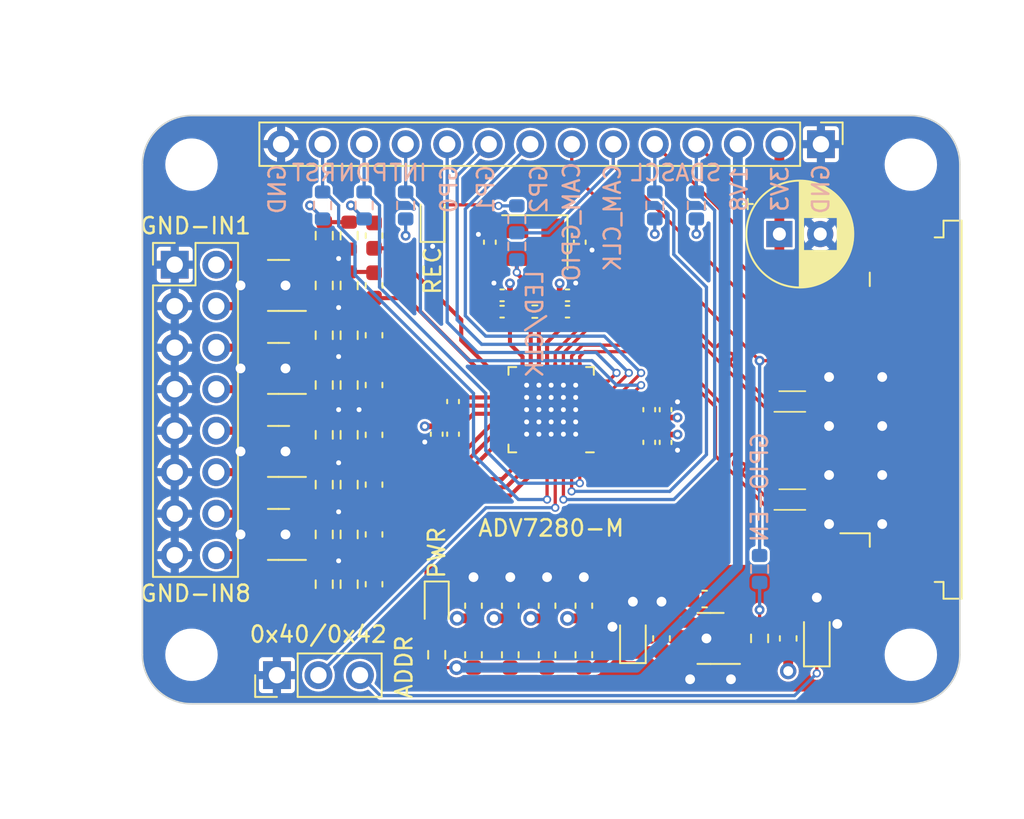
<source format=kicad_pcb>
(kicad_pcb (version 20221018) (generator pcbnew)
  (layers (0 "F.Cu" signal) (1 "In1.Cu" signal) (2 "In2.Cu" signal) (31 "B.Cu" signal) (34 "B.Paste" user) (35 "F.Paste" user) (36 "B.SilkS" user "B.Silkscreen") (37 "F.SilkS" user "F.Silkscreen") (38 "B.Mask" user) (39 "F.Mask" user) (44 "Edge.Cuts" user))
  (net 0 "")
  (net 1 "VPP")
  (net 2 "VDD")
  (net 3 "VCC")
  (net 4 "VAA")
  (net 5 "Net-(U2-BP)")
  (net 6 "Net-(D1-A)")
  (net 7 "Net-(D2-A)")
  (net 9 "GND")
  (net 10 "/~{RST}")
  (net 11 "/~{PDN}")
  (net 12 "/~{INT}")
  (net 13 "/input/_IN8")
  (net 14 "/input/_IN7")
  (net 15 "/input/_IN6")
  (net 16 "/input/_IN5")
  (net 17 "/input/_IN4")
  (net 18 "/input/_IN3")
  (net 19 "/input/_IN2")
  (net 20 "/input/_IN1")
  (net 21 "/input/IN8")
  (net 22 "/input/IN7")
  (net 23 "/input/IN6")
  (net 24 "/input/IN5")
  (net 25 "/input/IN4")
  (net 26 "/input/IN3")
  (net 27 "/input/IN2")
  (net 28 "/input/IN1")
  (net 29 "/_D1P")
  (net 30 "/_D1N")
  (net 31 "/_D0P")
  (net 32 "/_D0N")
  (net 33 "/_CLKP")
  (net 34 "/_CLKN")
  (net 35 "/XTALP")
  (net 36 "/XTALN")
  (net 37 "/VREFP")
  (net 38 "/VREFN")
  (net 39 "/SDA")
  (net 40 "/SCL")
  (net 41 "/GPO2")
  (net 42 "/GPO1")
  (net 43 "/GPO0")
  (net 44 "/D0P")
  (net 45 "/D0N")
  (net 46 "/CLKP")
  (net 47 "/CLKN")
  (net 48 "/CAM_GPIO")
  (net 49 "/CAM_CLK")
  (net 50 "/ALSB")
  (net 51 "/AIN8")
  (net 52 "/AIN7")
  (net 53 "/AIN6")
  (net 54 "/AIN5")
  (net 55 "/AIN4")
  (net 56 "/AIN3")
  (net 57 "/AIN2")
  (net 58 "/AIN1")
  (net 59 "+3V3")
  (net 60 "+1V8")
  (net 61 "Net-(U2-EN)")
  (footprint "Resistor_SMD:R_0603_1608Metric" (layer "F.Cu") (at 211.119 95.443 90)
    (fp_text reference "R8" hide)
    (fp_text value "24")
  )
  (footprint "Resistor_SMD:R_0603_1608Metric" (layer "F.Cu") (at 211.119 89.347 90)
    (fp_text reference "R6" hide)
    (fp_text value "24")
  )
  (footprint "Capacitor_SMD:C_0402_1005Metric" (layer "F.Cu") (at 226 94)
    (fp_text reference "C5" hide)
    (fp_text value "10n")
  )
  (footprint "Package_TO_SOT_SMD:SOT-23" (layer "F.Cu") (at 208.325 97.475 180)
    (fp_text reference "D4" hide)
    (fp_text value "MMBZxx")
  )
  (footprint "Capacitor_SMD:C_0402_1005Metric" (layer "F.Cu") (at 226.75 89.75 90)
    (fp_text reference "C13" hide)
    (fp_text value "20p")
  )
  (footprint "LED_SMD:LED_0603_1608Metric" (layer "F.Cu") (at 218 112 -90)
    (fp_text reference "D2" hide)
    (fp_text value "LED")
  )
  (footprint "Resistor_SMD:R_0603_1608Metric" (layer "F.Cu") (at 211.119 107.635 -90)
    (fp_text reference "R22" hide)
    (fp_text value "24")
  )
  (footprint "Connector_PinHeader_2.54mm:PinHeader_1x14_P2.54mm_Vertical" (layer "F.Cu") (at 241.5 83.75 -90)
    (fp_text reference "J3" hide)
    (fp_text value "Conn_01x14")
  )
  (footprint "Capacitor_Tantalum_SMD:CP_EIA-2012-15_AVX-P" (layer "F.Cu") (at 241.25 114 90)
    (fp_text reference "C1" hide)
    (fp_text value "47u")
  )
  (footprint "Capacitor_SMD:C_0603_1608Metric" (layer "F.Cu") (at 214.167 89.347 -90)
    (fp_text reference "C23" hide)
    (fp_text value "100n")
  )
  (footprint "Capacitor_SMD:C_0603_1608Metric" (layer "F.Cu") (at 214.167 110.683 90)
    (fp_text reference "C30" hide)
    (fp_text value "100n")
  )
  (footprint "Resistor_SMD:R_0603_1608Metric" (layer "F.Cu") (at 218 115 -90)
    (fp_text reference "R5" hide)
    (fp_text value "10k")
  )
  (footprint "Capacitor_SMD:C_0402_1005Metric" (layer "F.Cu") (at 222 93 180)
    (fp_text reference "C16" hide)
    (fp_text value "100n")
  )
  (footprint "Resistor_SMD:R_0603_1608Metric" (layer "F.Cu") (at 212.643 98.491 -90)
    (fp_text reference "R19" hide)
    (fp_text value "51")
  )
  (footprint "Resistor_SMD:R_0603_1608Metric" (layer "F.Cu") (at 211.119 98.491 90)
    (fp_text reference "R15" hide)
    (fp_text value "24")
  )
  (footprint "MountingHole:MountingHole_2.7mm_M2.5" (layer "F.Cu") (at 247 115)
    (fp_text reference "H4" hide)
    (fp_text value "MountingHole")
  )
  (footprint "Capacitor_SMD:C_0402_1005Metric" (layer "F.Cu") (at 231 100 90)
    (fp_text reference "C2" hide)
    (fp_text value "10n")
  )
  (footprint "Capacitor_SMD:C_0603_1608Metric" (layer "F.Cu") (at 214.167 92.395 -90)
    (fp_text reference "C24" hide)
    (fp_text value "100n")
  )
  (footprint "Capacitor_SMD:C_0603_1608Metric" (layer "F.Cu") (at 214.167 98.491 -90)
    (fp_text reference "C26" hide)
    (fp_text value "100n")
  )
  (footprint "Capacitor_SMD:C_0603_1608Metric" (layer "F.Cu") (at 214.167 101.539 90)
    (fp_text reference "C27" hide)
    (fp_text value "100n")
  )
  (footprint "Capacitor_SMD:C_0603_1608Metric" (layer "F.Cu") (at 239.5 114 -90)
    (fp_text reference "C3" hide)
    (fp_text value "100n")
  )
  (footprint "Capacitor_SMD:C_0603_1608Metric" (layer "F.Cu") (at 227 112 -90)
    (fp_text reference "C15" hide)
    (fp_text value "4.7u")
  )
  (footprint "Resistor_SMD:R_0603_1608Metric" (layer "F.Cu") (at 211.119 110.683 -90)
    (fp_text reference "R23" hide)
    (fp_text value "24")
  )
  (footprint "MountingHole:MountingHole_2.7mm_M2.5" (layer "F.Cu") (at 247 85)
    (fp_text reference "H1" hide)
    (fp_text value "MountingHole")
  )
  (footprint "Resistor_SMD:R_0603_1608Metric" (layer "F.Cu") (at 237.75 114 -90)
    (fp_text reference "R4" hide)
    (fp_text value "10k")
  )
  (footprint "Package_TO_SOT_SMD:SOT-23" (layer "F.Cu") (at 208.325 102.555 180)
    (fp_text reference "D5" hide)
    (fp_text value "MMBZxx")
  )
  (footprint "Capacitor_SMD:C_0603_1608Metric" (layer "F.Cu") (at 220.25 112 -90)
    (fp_text reference "C21" hide)
    (fp_text value "4.7u")
  )
  (footprint "Connector_FFC-FPC:TE_1-84952-5_1x15-1MP_P1.0mm_Horizontal" (layer "F.Cu") (at 245.399999 100 90)
    (fp_text reference "J1" hide)
    (fp_text value "Conn_01x15_MountingPin")
  )
  (footprint "Capacitor_SMD:C_0402_1005Metric" (layer "F.Cu") (at 218 101.5 -90)
    (fp_text reference "C20" hide)
    (fp_text value "100n")
  )
  (footprint "Package_CSP:LFCSP-32-1EP_5x5mm_P0.5mm_EP3.6x3.6mm" (layer "F.Cu") (at 225 100 180)
    (fp_text reference "U1" hide)
    (fp_text value "ADV7280xCP-M")
  )
  (footprint "Resistor_SMD:R_0603_1608Metric" (layer "F.Cu") (at 212.643 110.683 90)
    (fp_text reference "R27" hide)
    (fp_text value "51")
  )
  (footprint "Capacitor_SMD:C_0603_1608Metric" (layer "F.Cu") (at 214.167 107.635 90)
    (fp_text reference "C29" hide)
    (fp_text value "100n")
  )
  (footprint "Capacitor_SMD:C_0402_1005Metric" (layer "F.Cu") (at 221.25 89.75 -90)
    (fp_text reference "C17" hide)
    (fp_text value "20p")
  )
  (footprint "Inductor_SMD:L_0603_1608Metric" (layer "F.Cu") (at 224.75 115 -90)
    (fp_text reference "FB4" hide)
    (fp_text value "FerriteBead")
  )
  (footprint "Capacitor_THT:CP_Radial_D6.3mm_P2.50mm" (layer "F.Cu") (at 238.96 89.25)
    (fp_text reference "C31" hide)
    (fp_text value "47u")
  )
  (footprint "Inductor_SMD:L_CommonModeChoke_Coilcraft_0603USB" (layer "F.Cu") (at 239.75 99.5 90)
    (fp_text reference "L2" hide)
    (fp_text value "L_Ferrite_Coupled")
  )
  (footprint "Capacitor_SMD:C_0603_1608Metric" (layer "F.Cu") (at 234.3875 111.5875 180)
    (fp_text reference "C7" hide)
    (fp_text value "20p")
  )
  (footprint "Resistor_SMD:R_0603_1608Metric" (layer "F.Cu") (at 212.643 101.539 90)
    (fp_text reference "R24" hide)
    (fp_text value "51")
  )
  (footprint "Resistor_SMD:R_0603_1608Metric" (layer "F.Cu") (at 212.643 104.587 90)
    (fp_text reference "R25" hide)
    (fp_text value "51")
  )
  (footprint "Capacitor_SMD:C_0402_1005Metric" (layer "F.Cu") (at 232 100 90)
    (fp_text reference "C4" hide)
    (fp_text value "100n")
  )
  (footprint "Resistor_SMD:R_0402_1005Metric" (layer "F.Cu") (at 224 94 180)
    (fp_text reference "R11" hide)
    (fp_text value "R")
  )
  (footprint "Capacitor_SMD:C_0603_1608Metric" (layer "F.Cu") (at 214.167 95.443 -90)
    (fp_text reference "C25" hide)
    (fp_text value "100n")
  )
  (footprint "Crystal:Crystal_SMD_3225-4Pin_3.2x2.5mm" (layer "F.Cu") (at 224 89.75 180)
    (fp_text reference "Y1" hide)
    (fp_text value "Crystal_GND24")
  )
  (footprint "MountingHole:MountingHole_2.7mm_M2.5" (layer "F.Cu") (at 203 85)
    (fp_text reference "H3" hide)
    (fp_text value "MountingHole" hide)
  )
  (footprint "Capacitor_SMD:C_0402_1005Metric" (layer "F.Cu") (at 231 102 -90)
    (fp_text reference "C8" hide)
    (fp_text value "10n")
  )
  (footprint "Connector_PinHeader_2.54mm:PinHeader_2x08_P2.54mm_Vertical" (layer "F.Cu") (at 201.975 91.125)
    (fp_text reference "J2" hide)
    (fp_text value "Conn_02x08_Counter_Clockwise")
  )
  (footprint "Capacitor_SMD:C_0603_1608Metric" (layer "F.Cu") (at 222.5 112 -90)
    (fp_text reference "C18" hide)
    (fp_text value "4.7u")
  )
  (footprint "Capacitor_SMD:C_0603_1608Metric" (layer "F.Cu") (at 224.75 112 -90)
    (fp_text reference "C22" hide)
    (fp_text value "4.7u")
  )
  (footprint "Package_TO_SOT_SMD:SOT-23" (layer "F.Cu") (at 208.325 107.635 180)
    (fp_text reference "D6" hide)
    (fp_text value "MMBZxx")
  )
  (footprint "Inductor_SMD:L_CommonModeChoke_Coilcraft_0603USB" (layer "F.Cu") (at 239.75 105.5 90)
    (fp_text reference "L1" hide)
    (fp_text value "L_Ferrite_Coupled")
  )
  (footprint "Resistor_SMD:R_0603_1608Metric" (layer "F.Cu") (at 211.119 104.587 -90)
    (fp_text reference "R21" hide)
    (fp_text value "24")
  )
  (footprint "Capacitor_SMD:C_0402_1005Metric" (layer "F.Cu") (at 222 94 180)
    (fp_text reference "C12" hide)
    (fp_text value "10n")
  )
  (footprint "Resistor_SMD:R_0603_1608Metric" (layer "F.Cu") (at 211.119 92.395 90)
    (fp_text reference "R7" hide)
    (fp_text value "24")
  )
  (footprint "Capacitor_SMD:C_0402_1005Metric" (layer "F.Cu") (at 232 102 -90)
    (fp_text reference "C10" hide)
    (fp_text value "100n")
  )
  (footprint "Resistor_SMD:R_0603_1608Metric" (layer "F.Cu") (at 211.119 101.539 -90)
    (fp_text reference "R20" hide)
    (fp_text value "24")
  )
  (footprint "MountingHole:MountingHole_2.7mm_M2.5" (layer "F.Cu") (at 203 115)
    (fp_text reference "H2" hide)
    (fp_text value "MountingHole")
  )
  (footprint "Capacitor_SMD:C_0402_1005Metric" (layer "F.Cu") (at 219 101.5 -90)
    (fp_text reference "C19" hide)
    (fp_text value "10n")
  )
  (footprint "Inductor_SMD:L_0603_1608Metric" (layer "F.Cu") (at 227 115 -90)
    (fp_text reference "FB1" hide)
    (fp_text value "FerriteBead")
  )
  (footprint "Inductor_SMD:L_0603_1608Metric" (layer "F.Cu") (at 222.5 115 -90)
    (fp_text reference "FB2" hide)
    (fp_text value "FerriteBead")
  )
  (footprint "Resistor_SMD:R_0603_1608Metric" (layer "F.Cu") (at 212.643 92.395 -90)
    (fp_text reference "R17" hide)
    (fp_text value "51")
  )
  (footprint "Connector_PinHeader_2.54mm:PinHeader_1x03_P2.54mm_Vertical" (layer "F.Cu") (at 208.225 116.25 90)
    (fp_text reference "JP1" hide)
    (fp_text value "Jumper_3_Open")
  )
  (footprint "Capacitor_SMD:C_0603_1608Metric" (layer "F.Cu") (at 214.167 104.587 90)
    (fp_text reference "C28" hide)
    (fp_text value "100n")
  )
  (footprint "Capacitor_SMD:C_0603_1608Metric" (layer "F.Cu") (at 231.75 114 -90)
    (fp_text reference "C11" hide)
    (fp_text value "100n")
  )
  (footprint "Resistor_SMD:R_0603_1608Metric" (layer "F.Cu") (at 212.643 89.347 -90)
    (fp_text reference "R16" hide)
    (fp_text value "51")
  )
  (footprint "Resistor_SMD:R_0603_1608Metric" (layer "F.Cu") (at 212.643 107.635 90)
    (fp_text reference "R26" hide)
    (fp_text value "51")
  )
  (footprint "Package_TO_SOT_SMD:SOT-23" (layer "F.Cu") (at 208.325 92.395 180)
    (fp_text reference "D3" hide)
    (fp_text value "MMBZxx")
  )
  (footprint "Package_TO_SOT_SMD:SOT-23-5" (layer "F.Cu") (at 234.75 114 180)
    (fp_text reference "U2" hide)
    (fp_text value "SPX3819M5-L-1-8")
  )
  (footprint "Capacitor_Tantalum_SMD:CP_EIA-1608-08_AVX-J" (layer "F.Cu") (at 230 114 90)
    (fp_text reference "C9" hide)
    (fp_text value "10u")
  )
  (footprint "Resistor_SMD:R_0603_1608Metric" (layer "F.Cu") (at 212.643 95.443 -90)
    (fp_text reference "R18" hide)
    (fp_text value "51")
  )
  (footprint "Capacitor_SMD:C_0402_1005Metric" (layer "F.Cu") (at 226 93)
    (fp_text reference "C6" hide)
    (fp_text value "100n")
  )
  (footprint "LED_SMD:LED_0603_1608Metric" (layer "F.Cu") (at 217.75 88.25 90)
    (fp_text reference "D1" hide)
    (fp_text value "LED")
  )
  (footprint "Inductor_SMD:L_0603_1608Metric" (layer "F.Cu") (at 220.25 115 -90)
    (fp_text reference "FB3" hide)
    (fp_text value "FerriteBead")
  )
  (footprint "Capacitor_SMD:C_0402_1005Metric" (layer "F.Cu") (at 219 99.5 -90)
    (fp_text reference "C14" hide)
    (fp_text value "100n")
  )
  (footprint "Resistor_SMD:R_0603_1608Metric" (layer "B.Cu") (at 231.34 87.5 -90)
    (fp_text reference "R10" hide)
    (fp_text value "4.7k")
  )
  (footprint "Resistor_SMD:R_0603_1608Metric" (layer "B.Cu") (at 213.56 87.5 -90)
    (fp_text reference "R12" hide)
    (fp_text value "4.7k")
  )
  (footprint "Resistor_SMD:R_0603_1608Metric" (layer "B.Cu") (at 211.02 87.5 -90)
    (fp_text reference "R13" hide)
    (fp_text value "4.7k")
  )
  (footprint "Resistor_SMD:R_0603_1608Metric" (layer "B.Cu") (at 222.9 88.35 -90)
    (fp_text reference "R2" hide)
    (fp_text value "10k")
  )
  (footprint "Resistor_SMD:R_0603_1608Metric" (layer "B.Cu") (at 233.88 87.5 -90)
    (fp_text reference "R9" hide)
    (fp_text value "4.7k")
  )
  (footprint "Resistor_SMD:R_0603_1608Metric" (layer "B.Cu") (at 216.1 87.5 -90)
    (fp_text reference "R14" hide)
    (fp_text value "4.7k")
  )
  (footprint "Resistor_SMD:R_0603_1608Metric" (layer "B.Cu") (at 222.9 90 90)
    (fp_text reference "R1" hide)
    (fp_text value "DNP")
  )
  (footprint "Resistor_SMD:R_0603_1608Metric" (layer "B.Cu") (at 237.75 109.75 -90)
    (fp_text reference "R3" hide)
    (fp_text value "0")
  )
  (gr_line (start 203 82) (end 247 82) (stroke (width 0.1)) (layer "Edge.Cuts"))
  (gr_line (start 250 85) (end 250 115) (stroke (width 0.1)) (layer "Edge.Cuts"))
  (gr_arc (start 200 85) (mid 200.87868 82.87868) (end 203 82) (stroke (width 0.1)) (layer "Edge.Cuts"))
  (gr_arc (start 203 118) (mid 200.87868 117.12132) (end 200 115) (stroke (width 0.1)) (layer "Edge.Cuts"))
  (gr_arc (start 250 115) (mid 249.12132 117.12132) (end 247 118) (stroke (width 0.1)) (layer "Edge.Cuts"))
  (gr_line (start 247 118) (end 203 118) (stroke (width 0.1)) (layer "Edge.Cuts"))
  (gr_line (start 200 115) (end 200 85) (stroke (width 0.1)) (layer "Edge.Cuts"))
  (gr_arc (start 247 82) (mid 249.12132 82.87868) (end 250 85) (stroke (width 0.1)) (layer "Edge.Cuts"))
  (gr_text "GND" (at 208.25 86.5 90) (layer "B.SilkS") (effects (font (size 1 1)) (justify mirror)))
  (gr_text "GP1" (at 221 86.5 90) (layer "B.SilkS") (effects (font (size 1 1)) (justify mirror)))
  (gr_text "RST" (at 210.5 85.5) (layer "B.SilkS") (effects (font (size 1 1)) (justify mirror)))
  (gr_text "CAM_CLK" (at 228.75 88.25 90) (layer "B.SilkS") (effects (font (size 1 1)) (justify mirror)))
  (gr_text "GP0" (at 218.75 86.5 90) (layer "B.SilkS") (effects (font (size 1 1)) (justify mirror)))
  (gr_text "LED/CLK" (at 224 94.75 90) (layer "B.SilkS") (effects (font (size 1 1)) (justify mirror)))
  (gr_text "SDA" (at 234 85.5) (layer "B.SilkS") (effects (font (size 1 1)) (justify mirror)))
  (gr_text "SCL" (at 231.25 85.5) (layer "B.SilkS") (effects (font (size 1 1)) (justify mirror)))
  (gr_text "PDN" (at 213.5 85.5) (layer "B.SilkS") (effects (font (size 1 1)) (justify mirror)))
  (gr_text "3V3" (at 239 86.5 90) (layer "B.SilkS") (effects (font (size 1 1)) (justify mirror)))
  (gr_text "INT" (at 216.25 85.5) (layer "B.SilkS") (effects (font (size 1 1)) (justify mirror)))
  (gr_text "GP2" (at 224.25 86.5 90) (layer "B.SilkS") (effects (font (size 1 1)) (justify mirror)))
  (gr_text "GPIO-EN" (at 237.75 104.75 90) (layer "B.SilkS") (effects (font (size 1 1)) (justify mirror)))
  (gr_text "1V8" (at 236.5 86.5 90) (layer "B.SilkS") (effects (font (size 1 1)) (justify mirror)))
  (gr_text "CAM_GPIO" (at 226.25 88.5 90) (layer "B.SilkS") (effects (font (size 1 1)) (justify mirror)))
  (gr_text "GND" (at 241.5 86.5 90) (layer "B.SilkS") (effects (font (size 1 1)) (justify mirror)))
  (gr_text "0x40/0x42" (at 210.75 113.75) (layer "F.SilkS") (effects (font (size 1 1))))
  (gr_text "ADDR" (at 216 115.75 90) (layer "F.SilkS") (effects (font (size 1 1))))
  (gr_text "REC" (at 217.75 91.5 90) (layer "F.SilkS") (effects (font (size 1 1))))
  (gr_text "GND-IN8" (at 203.25 111.25) (layer "F.SilkS") (effects (font (size 1 1))))
  (gr_text "GND-IN1" (at 203.25 88.75) (layer "F.SilkS") (effects (font (size 1 1))))
  (gr_text "PWR" (at 218 108.75 90) (layer "F.SilkS") (effects (font (size 1 1))))
  (gr_text "ADV7280-M" (at 225 107.25) (layer "F.SilkS") (effects (font (size 1 1))))
  (segment (start 223.25 97.5625) (end 223.25 96.75) (width 0.25) (layer "F.Cu") (net 1))
  (segment (start 222.48 94) (end 222.48 93) (width 0.35) (layer "F.Cu") (net 1))
  (segment (start 223.25 96.75) (end 222.48 95.98) (width 0.25) (layer "F.Cu") (net 1))
  (segment (start 222.5 114.2125) (end 222.5 112.775) (width 0.6) (layer "F.Cu") (net 1))
  (segment (start 222.48 92.27) (end 222.5 92.25) (width 0.35) (layer "F.Cu") (net 1))
  (segment (start 221.50625 112.775) (end 221.5 112.76875) (width 0.6) (layer "F.Cu") (net 1))
  (segment (start 222.48 95.98) (end 222.48 94) (width 0.25) (layer "F.Cu") (net 1))
  (segment (start 222.48 93) (end 222.48 92.27) (width 0.35) (layer "F.Cu") (net 1))
  (segment (start 222.5 112.775) (end 221.50625 112.775) (width 0.6) (layer "F.Cu") (net 1))
  (via (at 221.5 112.76875) (size 0.9) (drill 0.5) (layers "F.Cu" "B.Cu") (net 1))
  (via (at 222.48 92.27) (size 0.6) (drill 0.3) (layers "F.Cu" "B.Cu") (net 1))
  (segment (start 227 114.21875) (end 227 112.78125) (width 0.6) (layer "F.Cu") (net 2))
  (segment (start 227 112.775) (end 226 112.775) (width 0.6) (layer "F.Cu") (net 2))
  (segment (start 231 100.48) (end 232 100.48) (width 0.35) (layer "F.Cu") (net 2))
  (segment (start 227.4375 100.75) (end 230.25 100.75) (width 0.25) (layer "F.Cu") (net 2))
  (segment (start 230.25 100.75) (end 230.52 100.48) (width 0.25) (layer "F.Cu") (net 2))
  (segment (start 232 100.48) (end 232.73 100.48) (width 0.35) (layer "F.Cu") (net 2))
  (segment (start 230.52 100.48) (end 231 100.48) (width 0.25) (layer "F.Cu") (net 2))
  (segment (start 232.73 100.48) (end 232.75 100.5) (width 0.35) (layer "F.Cu") (net 2))
  (via (at 226 112.775) (size 0.9) (drill 0.5) (layers "F.Cu" "B.Cu") (net 2))
  (via (at 232.73 100.48) (size 0.6) (drill 0.3) (layers "F.Cu" "B.Cu") (net 2))
  (segment (start 224.75 112.775) (end 223.75625 112.775) (width 0.6) (layer "F.Cu") (net 3))
  (segment (start 225.52 92.27) (end 225.5 92.25) (width 0.35) (layer "F.Cu") (net 3))
  (segment (start 223.75625 112.775) (end 223.75 112.76875) (width 0.6) (layer "F.Cu") (net 3))
  (segment (start 224.75 95.875) (end 225.52 95.105) (width 0.25) (layer "F.Cu") (net 3))
  (segment (start 225.52 94) (end 225.52 93) (width 0.35) (layer "F.Cu") (net 3))
  (segment (start 224.75 97.5625) (end 224.75 95.875) (width 0.25) (layer "F.Cu") (net 3))
  (segment (start 225.52 95.105) (end 225.52 94) (width 0.25) (layer "F.Cu") (net 3))
  (segment (start 224.75 114.2125) (end 224.75 112.775) (width 0.6) (layer "F.Cu") (net 3))
  (segment (start 225.52 93) (end 225.52 92.27) (width 0.35) (layer "F.Cu") (net 3))
  (via (at 223.75 112.76875) (size 0.9) (drill 0.5) (layers "F.Cu" "B.Cu") (net 3))
  (via (at 225.52 92.27) (size 0.6) (drill 0.3) (layers "F.Cu" "B.Cu") (net 3))
  (segment (start 218 101.02) (end 217.27 101.02) (width 0.35) (layer "F.Cu") (net 4))
  (segment (start 222.5625 100.25) (end 220.25 100.25) (width 0.25) (layer "F.Cu") (net 4))
  (segment (start 220.25 114.2125) (end 220.25 112.775) (width 0.6) (layer "F.Cu") (net 4))
  (segment (start 217.27 101.02) (end 217.25 101) (width 0.35) (layer "F.Cu") (net 4))
  (segment (start 220.25 100.25) (end 219.48 101.02) (width 0.25) (layer "F.Cu") (net 4))
  (segment (start 219.48 101.02) (end 219 101.02) (width 0.25) (layer "F.Cu") (net 4))
  (segment (start 219.25625 112.775) (end 219.25 112.76875) (width 0.6) (layer "F.Cu") (net 4))
  (segment (start 218 101.02) (end 219 101.02) (width 0.35) (layer "F.Cu") (net 4))
  (segment (start 220.25 112.775) (end 219.25625 112.775) (width 0.6) (layer "F.Cu") (net 4))
  (via (at 217.27 101.02) (size 0.6) (drill 0.3) (layers "F.Cu" "B.Cu") (net 4))
  (via (at 219.25 112.76875) (size 0.9) (drill 0.5) (layers "F.Cu" "B.Cu") (net 4))
  (segment (start 233.6125 113.05) (end 233.6125 111.5875) (width 0.3) (layer "F.Cu") (net 5))
  (segment (start 221.7125 87.4625) (end 221.775 87.525) (width 0.2) (layer "F.Cu") (net 6))
  (segment (start 217.75 87.4625) (end 221.7125 87.4625) (width 0.2) (layer "F.Cu") (net 6))
  (via (at 221.775 87.525) (size 0.5) (drill 0.3) (layers "F.Cu" "B.Cu") (net 6))
  (segment (start 222.9 87.525) (end 221.775 87.525) (width 0.2) (layer "B.Cu") (net 6))
  (segment (start 218 114.175) (end 218 112.7875) (width 0.2) (layer "F.Cu") (net 7))
  (segment (start 235.8875 114) (end 238.725 114) (width 0.5) (layer "F.Cu") (net 9))
  (segment (start 232 99.52) (end 232.73 99.52) (width 0.35) (layer "F.Cu") (net 9))
  (segment (start 239.5 113.225) (end 241.1375 113.225) (width 0.6) (layer "F.Cu") (net 9))
  (segment (start 243.599999 98) (end 245.25 98) (width 0.6) (layer "F.Cu") (net 9))
  (segment (start 212.643 90.172) (end 212.578 90.172) (width 0.3) (layer "F.Cu") (net 9))
  (segment (start 206 92.395) (end 208.75 92.395) (width 0.6) (layer "F.Cu") (net 9))
  (segment (start 238.725 114) (end 239.5 113.225) (width 0.5) (layer "F.Cu") (net 9))
  (segment (start 231.75 113.225) (end 232.525 114) (width 0.6) (layer "F.Cu") (net 9))
  (segment (start 212.643 109.858) (end 212.608 109.858) (width 0.3) (layer "F.Cu") (net 9))
  (segment (start 212.643 99.393) (end 213.25 100) (width 0.3) (layer "F.Cu") (net 9))
  (segment (start 212.643 103.762) (end 212.512 103.762) (width 0.3) (layer "F.Cu") (net 9))
  (segment (start 235.8875 114) (end 234.5 114) (width 0.6) (layer "F.Cu") (net 9))
  (segment (start 243.599999 101) (end 242 101) (width 0.6) (layer "F.Cu") (net 9))
  (segment (start 230.27 102.48) (end 231 102.48) (width 0.25) (layer "F.Cu") (net 9))
  (segment (start 231.975 112.025) (end 231.75 112.25) (width 0.3) (layer "F.Cu") (net 9))
  (segment (start 226.27 90.23) (end 226.75 90.23) (width 0.25) (layer "F.Cu") (net 9))
  (segment (start 206 102.555) (end 208.75 102.555) (width 0.6) (layer "F.Cu") (net 9))
  (segment (start 243.599999 104) (end 245.25 104) (width 0.6) (layer "F.Cu") (net 9))
  (segment (start 227.4375 100.25) (end 229.54 100.25) (width 0.25) (layer "F.Cu") (net 9))
  (segment (start 212.643 100.714) (end 212.643 100.643) (width 0.3) (layer "F.Cu") (net 9))
  (segment (start 221.52 94) (end 221.52 93) (width 0.35) (layer "F.Cu") (net 9))
  (segment (start 243.599999 107) (end 242 107) (width 0.6) (layer "F.Cu") (net 9))
  (segment (start 226.75 90.23) (end 227.5 90.23) (width 0.25) (layer "F.Cu") (net 9))
  (segment (start 221.73 89.27) (end 222.1 88.9) (width 0.25) (layer "F.Cu") (net 9))
  (segment (start 232.73 102.48) (end 232.75 102.5) (width 0.35) (layer "F.Cu") (net 9))
  (segment (start 231.75 112.25) (end 231.75 113.225) (width 0.3) (layer "F.Cu") (net 9))
  (segment (start 206 107.635) (end 208.75 107.635) (width 0.6) (layer "F.Cu") (net 9))
  (segment (start 242.5 113.1125) (end 241.25 113.1125) (width 0.6) (layer "F.Cu") (net 9))
  (segment (start 212.482 96.268) (end 212 96.75) (width 0.3) (layer "F.Cu") (net 9))
  (segment (start 243.599999 107) (end 245.25 107) (width 0.6) (layer "F.Cu") (net 9))
  (segment (start 227.4375 101.75) (end 229.54 101.75) (width 0.25) (layer "F.Cu") (net 9))
  (segment (start 230.0625 113.225) (end 230 113.2875) (width 0.6) (layer "F.Cu") (net 9))
  (segment (start 230.27 99.52) (end 231 99.52) (width 0.25) (layer "F.Cu") (net 9))
  (segment (start 225.1 90.6) (end 225.9 90.6) (width 0.25) (layer "F.Cu") (net 9))
  (segment (start 232 102.48) (end 232.73 102.48) (width 0.35) (layer "F.Cu") (net 9))
  (segment (start 219 101.98) (end 219.112884 101.98) (width 0.25) (layer "F.Cu") (net 9))
  (segment (start 212.56 106.81) (end 212 106.25) (width 0.3) (layer "F.Cu") (net 9))
  (segment (start 232.73 99.52) (end 232.75 99.5) (width 0.35) (layer "F.Cu") (net 9))
  (segment (start 221.25 89.27) (end 221.73 89.27) (width 0.25) (layer "F.Cu") (net 9))
  (segment (start 217.75 89.0375) (end 217.75 90) (width 0.2) (layer "F.Cu") (net 9))
  (segment (start 221.52 92.27) (end 221.5 92.25) (width 0.35) (layer "F.Cu") (net 9))
  (segment (start 231.975 111.5) (end 231.975 112.025) (width 0.3) (layer "F.Cu") (net 9))
  (segment (start 221.25 89.27) (end 220.5495 89.27) (width 0.25) (layer "F.Cu") (net 9))
  (segment (start 212.643 96.268) (end 212.482 96.268) (width 0.3) (layer "F.Cu") (net 9))
  (segment (start 212.53 93.22) (end 212 93.75) (width 0.3) (layer "F.Cu") (net 9))
  (segment (start 221.52 93) (end 221.52 92.27) (width 0.35) (layer "F.Cu") (net 9))
  (segment (start 226.48 92.27) (end 226.5 92.25) (width 0.35) (layer "F.Cu") (net 9))
  (segment (start 217.27 101.98) (end 217.25 102) (width 0.35) (layer "F.Cu") (net 9))
  (segment (start 229.54 101.75) (end 230.27 102.48) (width 0.25) (layer "F.Cu") (net 9))
  (segment (start 228.75 113.2875) (end 230 113.2875) (width 0.6) (layer "F.Cu") (net 9))
  (segment (start 229.54 100.25) (end 230.27 99.52) (width 0.25) (layer "F.Cu") (net 9))
  (segment (start 212.643 93.22) (end 212.53 93.22) (width 0.3) (layer "F.Cu") (net 9))
  (segment (start 225.9 90.6) (end 226.27 90.23) (width 0.25) (layer "F.Cu") (net 9))
  (segment (start 212.608 109.858) (end 212 109.25) (width 0.3) (layer "F.Cu") (net 9))
  (segment (start 226.48 93) (end 226.48 92.27) (width 0.35) (layer "F.Cu") (net 9))
  (segment (start 212.643 100.643) (end 212 100) (width 0.3) (layer "F.Cu") (net 9))
  (segment (start 219 101.98) (end 217.27 101.98) (width 0.35) (layer "F.Cu") (net 9))
  (segment (start 222.1 88.9) (end 222.9 88.9) (width 0.25) (layer "F.Cu") (net 9))
  (segment (start 206 97.475) (end 208.75 97.475) (width 0.6) (layer "F.Cu") (net 9))
  (segment (start 212.512 103.762) (end 212 103.25) (width 0.3) (layer "F.Cu") (net 9))
  (segment (start 243.599999 98) (end 242 98) (width 0.6) (layer "F.Cu") (net 9))
  (segment (start 212.643 99.316) (end 212.643 99.357) (width 0.3) (layer "F.Cu") (net 9))
  (segment (start 241.1375 113.225) (end 241.25 113.1125) (width 0.6) (layer "F.Cu") (net 9))
  (segment (start 231 102.48) (end 232 102.48) (width 0.35) (layer "F.Cu") (net 9))
  (segment (start 212.578 90.172) (end 212 90.75) (width 0.3) (layer "F.Cu") (net 9))
  (segment (start 231.75 113.225) (end 230.0625 113.225) (width 0.6) (layer "F.Cu") (net 9))
  (segment (start 212.643 106.81) (end 212.56 106.81) (width 0.3) (layer "F.Cu") (net 9))
  (segment (start 243.599999 104) (end 242 104) (width 0.6) (layer "F.Cu") (net 9))
  (segment (start 232 99.52) (end 231 99.52) (width 0.35) (layer "F.Cu") (net 9))
  (segment (start 232.525 114) (end 234.5 114) (width 0.6) (layer "F.Cu") (net 9))
  (segment (start 212.643 99.316) (end 212.643 99.393) (width 0.3) (layer "F.Cu") (net 9))
  (segment (start 243.599999 101) (end 245.25 101) (width 0.6) (layer "F.Cu") (net 9))
  (segment (start 226.48 94) (end 226.48 93) (width 0.35) (layer "F.Cu") (net 9))
  (via (at 208.75 107.635) (size 1) (drill 0.6) (layers "F.Cu" "B.Cu") (net 9))
  (via (at 222.5 110.25) (size 0.9) (drill 0.6) (layers "F.Cu" "B.Cu") (net 9))
  (via (at 242 107) (size 1) (drill 0.6) (layers "F.Cu" "B.Cu") (net 9))
  (via (at 212 109.25) (size 0.6) (drill 0.3) (layers "F.Cu" "B.Cu") (net 9))
  (via (at 212 93.75) (size 0.6) (drill 0.3) (layers "F.Cu" "B.Cu") (net 9))
  (via (at 227 110.25) (size 0.9) (drill 0.6) (layers "F.Cu" "B.Cu") (net 9))
  (via (at 223.5 101.5) (size 0.6) (drill 0.3) (layers "F.Cu" "B.Cu") (net 9))
  (via (at 224.25 98.5) (size 0.6) (drill 0.3) (layers "F.Cu" "B.Cu") (net 9))
  (via (at 223.5 99.25) (size 0.6) (drill 0.3) (layers "F.Cu" "B.Cu") (net 9))
  (via (at 217.75 90) (size 0.6) (drill 0.3) (layers "F.Cu" "B.Cu") (net 9))
  (via (at 208.75 97.475) (size 1) (drill 0.6) (layers "F.Cu" "B.Cu") (net 9))
  (via (at 212 106.25) (size 0.6) (drill 0.3) (layers "F.Cu" "B.Cu") (net 9))
  (via (at 225 99.25) (size 0.6) (drill 0.3) (layers "F.Cu" "B.Cu") (net 9))
  (via (at 224.25 100) (size 0.6) (drill 0.3) (layers "F.Cu" "B.Cu") (net 9))
  (via (at 241.25 111.5) (size 1) (drill 0.6) (layers "F.Cu" "B.Cu") (net 9))
  (via (at 208.75 102.555) (size 1) (drill 0.6) (layers "F.Cu" "B.Cu") (net 9))
  (via (at 242.5 113.1125) (size 1) (drill 0.6) (layers "F.Cu" "B.Cu") (net 9))
  (via (at 225.75 99.25) (size 0.6) (drill 0.3) (layers "F.Cu" "B.Cu") (net 9))
  (via (at 225 101.5) (size 0.6) (drill 0.3) (layers "F.Cu" "B.Cu") (net 9))
  (via (at 212 90.75) (size 0.6) (drill 0.3) (layers "F.Cu" "B.Cu") (net 9))
  (via (at 223.5 100.75) (size 0.6) (drill 0.3) (layers "F.Cu" "B.Cu") (net 9))
  (via (at 225 98.5) (size 0.6) (drill 0.3) (layers "F.Cu" "B.Cu") (net 9))
  (via (at 242 101) (size 1) (drill 0.6) (layers "F.Cu" "B.Cu") (net 9))
  (via (at 242 104) (size 1) (drill 0.6) (layers "F.Cu" "B.Cu") (net 9))
  (via (at 223.5 100) (size 0.6) (drill 0.3) (layers "F.Cu" "B.Cu") (net 9))
  (via (at 234.5 114) (size 1) (drill 0.6) (layers "F.Cu" "B.Cu") (net 9))
  (via (at 225 100.75) (size 0.6) (drill 0.3) (layers "F.Cu" "B.Cu") (net 9))
  (via (at 245.25 101) (size 1) (drill 0.6) (layers "F.Cu" "B.Cu") (net 9))
  (via (at 226.5 92.25) (size 0.6) (drill 0.3) (layers "F.Cu" "B.Cu") (net 9))
  (via (at 224.25 99.25) (size 0.6) (drill 0.3) (layers "F.Cu" "B.Cu") (net 9))
  (via (at 228.75 113.2875) (size 1) (drill 0.6) (layers "F.Cu" "B.Cu") (net 9))
  (via (at 242 98) (size 1) (drill 0.6) (layers "F.Cu" "B.Cu") (net 9))
  (via (at 225.75 100.75) (size 0.6) (drill 0.3) (layers "F.Cu" "B.Cu") (net 9))
  (via (at 212 96.75) (size 0.6) (drill 0.3) (layers "F.Cu" "B.Cu") (net 9))
  (via (at 212 100) (size 0.6) (drill 0.3) (layers "F.Cu" "B.Cu") (net 9))
  (via (at 226.5 99.25) (size 0.6) (drill 0.3) (layers "F.Cu" "B.Cu") (net 9))
  (via (at 206 92.395) (size 1) (drill 0.6) (layers "F.Cu" "B.Cu") (net 9))
  (via (at 232.73 102.48) (size 0.6) (drill 0.3) (layers "F.Cu" "B.Cu") (net 9))
  (via (at 227.5 90.23) (size 0.6) (drill 0.3) (layers "F.Cu" "B.Cu") (net 9))
  (via (at 206 107.635) (size 1) (drill 0.6) (layers "F.Cu" "B.Cu") (net 9))
  (via (at 220.5495 89.27) (size 0.6) (drill 0.3) (layers "F.Cu" "B.Cu") (net 9))
  (via (at 224.75 110.25) (size 0.9) (drill 0.6) (layers "F.Cu" "B.Cu") (net 9))
  (via (at 224.25 101.5) (size 0.6) (drill 0.3) (layers "F.Cu" "B.Cu") (net 9))
  (via (at 208.75 92.395) (size 1) (drill 0.6) (layers "F.Cu" "B.Cu") (net 9))
  (via (at 221.5 92.25) (size 0.6) (drill 0.3) (layers "F.Cu" "B.Cu") (net 9))
  (via (at 226.5 101.5) (size 0.6) (drill 0.3) (layers "F.Cu" "B.Cu") (net 9))
  (via (at 226.5 98.5) (size 0.6) (drill 0.3) (layers "F.Cu" "B.Cu") (net 9))
  (via (at 233.5 116.5) (size 1) (drill 0.6) (layers "F.Cu" "B.Cu") (net 9))
  (via (at 225.75 100) (size 0.6) (drill 0.3) (layers "F.Cu" "B.Cu") (net 9))
  (via (at 226.5 100.75) (size 0.6) (drill 0.3) (layers "F.Cu" "B.Cu") (net 9))
  (via (at 232.73 99.52) (size 0.6) (drill 0.3) (layers "F.Cu" "B.Cu") (net 9))
  (via (at 245.25 98) (size 1) (drill 0.6) (layers "F.Cu" "B.Cu") (net 9))
  (via (at 206 102.555) (size 1) (drill 0.6) (layers "F.Cu" "B.Cu") (net 9))
  (via (at 225.75 101.5) (size 0.6) (drill 0.3) (layers "F.Cu" "B.Cu") (net 9))
  (via (at 213.25 100) (size 0.6) (drill 0.3) (layers "F.Cu" "B.Cu") (net 9))
  (via (at 223.5 98.5) (size 0.6) (drill 0.3) (layers "F.Cu" "B.Cu") (net 9))
  (via (at 217.27 101.98) (size 0.6) (drill 0.3) (layers "F.Cu" "B.Cu") (net 9))
  (via (at 225 100) (size 0.6) (drill 0.3) (layers "F.Cu" "B.Cu") (net 9))
  (via (at 212 103.25) (size 0.6) (drill 0.3) (layers "F.Cu" "B.Cu") (net 9))
  (via (at 245.25 104) (size 1) (drill 0.6) (layers "F.Cu" "B.Cu") (net 9))
  (via (at 236 116.5) (size 1) (drill 0.6) (layers "F.Cu" "B.Cu") (net 9))
  (via (at 231.75 111.75) (size 1) (drill 0.6) (layers "F.Cu" "B.Cu") (net 9))
  (via (at 220.25 110.25) (size 0.9) (drill 0.6) (layers "F.Cu" "B.Cu") (net 9))
  (via (at 206 97.475) (size 1) (drill 0.6) (layers "F.Cu" "B.Cu") (net 9))
  (via (at 225.75 98.5) (size 0.6) (drill 0.3) (layers "F.Cu" "B.Cu") (net 9))
  (via (at 245.25 107) (size 1) (drill 0.6) (layers "F.Cu" "B.Cu") (net 9))
  (via (at 230 111.75) (size 1) (drill 0.6) (layers "F.Cu" "B.Cu") (net 9))
  (via (at 226.5 100) (size 0.6) (drill 0.3) (layers "F.Cu" "B.Cu") (net 9))
  (via (at 224.25 100.75) (size 0.6) (drill 0.3) (layers "F.Cu" "B.Cu") (net 9))
  (segment (start 224.75 102.4375) (end 224.75 105.5) (width 0.2) (layer "F.Cu") (net 10))
  (via (at 224.75 105.5) (size 0.5) (drill 0.3) (layers "F.Cu" "B.Cu") (net 10))
  (segment (start 212 87.5) (end 212 88.75) (width 0.2) (layer "B.Cu") (net 10))
  (segment (start 211.175 86.675) (end 212 87.5) (width 0.2) (layer "B.Cu") (net 10))
  (segment (start 213 89.75) (end 213 91.75) (width 0.2) (layer "B.Cu") (net 10))
  (segment (start 220.25 102.75) (end 223 105.5) (width 0.2) (layer "B.Cu") (net 10))
  (segment (start 220.25 99) (end 220.25 102.75) (width 0.2) (layer "B.Cu") (net 10))
  (segment (start 223 105.5) (end 224.75 105.5) (width 0.2) (layer "B.Cu") (net 10))
  (segment (start 211.02 86.675) (end 211.02 83.75) (width 0.2) (layer "B.Cu") (net 10))
  (segment (start 213 91.75) (end 220.25 99) (width 0.2) (layer "B.Cu") (net 10))
  (segment (start 211.02 86.675) (end 211.175 86.675) (width 0.2) (layer "B.Cu") (net 10))
  (segment (start 212 88.75) (end 213 89.75) (width 0.2) (layer "B.Cu") (net 10))
  (segment (start 226.75 102.4375) (end 226.75 104.5) (width 0.2) (layer "F.Cu") (net 11))
  (via (at 226.75 104.5) (size 0.5) (drill 0.3) (layers "F.Cu" "B.Cu") (net 11))
  (segment (start 226.75 104.5) (end 223 104.5) (width 0.2) (layer "B.Cu") (net 11))
  (segment (start 214.5 87.5) (end 214.5 92.5) (width 0.2) (layer "B.Cu") (net 11))
  (segment (start 213.675 86.675) (end 214.5 87.5) (width 0.2) (layer "B.Cu") (net 11))
  (segment (start 221 102.5) (end 221 99) (width 0.2) (layer "B.Cu") (net 11))
  (segment (start 221 99) (end 214.5 92.5) (width 0.2) (layer "B.Cu") (net 11))
  (segment (start 223 104.5) (end 221 102.5) (width 0.2) (layer "B.Cu") (net 11))
  (segment (start 213.56 83.75) (end 213.56 86.675) (width 0.2) (layer "B.Cu") (net 11))
  (segment (start 213.56 86.675) (end 213.675 86.675) (width 0.2) (layer "B.Cu") (net 11))
  (segment (start 229.25 99.75) (end 230.5 98.5) (width 0.2) (layer "F.Cu") (net 12))
  (segment (start 227.4375 99.75) (end 229.25 99.75) (width 0.2) (layer "F.Cu") (net 12))
  (via (at 230.5 98.5) (size 0.5) (drill 0.3) (layers "F.Cu" "B.Cu") (net 12))
  (segment (start 217 94) (end 220 97) (width 0.2) (layer "B.Cu") (net 12))
  (segment (start 220 97) (end 227.5 97) (width 0.2) (layer "B.Cu") (net 12))
  (segment (start 216.1 86.675) (end 217 87.575) (width 0.2) (layer "B.Cu") (net 12))
  (segment (start 229 98.5) (end 230.5 98.5) (width 0.2) (layer "B.Cu") (net 12))
  (segment (start 227.5 97) (end 229 98.5) (width 0.2) (layer "B.Cu") (net 12))
  (segment (start 216.1 83.75) (end 216.1 86.675) (width 0.2) (layer "B.Cu") (net 12))
  (segment (start 217 87.575) (end 217 94) (width 0.2) (layer "B.Cu") (net 12))
  (segment (start 214.117 111.508) (end 214.167 111.458) (width 0.25) (layer "F.Cu") (net 13))
  (segment (start 211.119 111.508) (end 214.117 111.508) (width 0.25) (layer "F.Cu") (net 13))
  (segment (start 214.117 108.46) (end 214.167 108.41) (width 0.25) (layer "F.Cu") (net 14))
  (segment (start 211.119 108.46) (end 214.117 108.46) (width 0.25) (layer "F.Cu") (net 14))
  (segment (start 211.119 105.412) (end 214.117 105.412) (width 0.25) (layer "F.Cu") (net 15))
  (segment (start 214.117 105.412) (end 214.167 105.362) (width 0.25) (layer "F.Cu") (net 15))
  (segment (start 211.119 102.364) (end 214.117 102.364) (width 0.25) (layer "F.Cu") (net 16))
  (segment (start 214.117 102.364) (end 214.167 102.314) (width 0.25) (layer "F.Cu") (net 16))
  (segment (start 211.119 97.666) (end 214.117 97.666) (width 0.25) (layer "F.Cu") (net 17))
  (segment (start 214.117 97.666) (end 214.167 97.716) (width 0.25) (layer "F.Cu") (net 17))
  (segment (start 214.117 94.618) (end 214.167 94.668) (width 0.25) (layer "F.Cu") (net 18))
  (segment (start 211.119 94.618) (end 214.117 94.618) (width 0.25) (layer "F.Cu") (net 18))
  (segment (start 214.117 91.57) (end 214.167 91.62) (width 0.25) (layer "F.Cu") (net 19))
  (segment (start 211.119 91.57) (end 214.117 91.57) (width 0.25) (layer "F.Cu") (net 19))
  (segment (start 214.117 88.522) (end 214.167 88.572) (width 0.25) (layer "F.Cu") (net 20))
  (segment (start 211.119 88.522) (end 214.117 88.522) (width 0.25) (layer "F.Cu") (net 20))
  (segment (start 206.105 108.585) (end 205.785 108.905) (width 0.5) (layer "F.Cu") (net 21))
  (segment (start 209.2625 108.585) (end 210.25 108.585) (width 0.25) (layer "F.Cu") (net 21))
  (segment (start 210.25 108.585) (end 210.369 108.704) (width 0.25) (layer "F.Cu") (net 21))
  (segment (start 210.369 108.704) (end 210.369 109.108) (width 0.25) (layer "F.Cu") (net 21))
  (segment (start 210.369 109.108) (end 211.119 109.858) (width 0.25) (layer "F.Cu") (net 21))
  (segment (start 209.2625 108.585) (end 206.105 108.585) (width 0.5) (layer "F.Cu") (net 21))
  (segment (start 205.785 108.905) (end 204.515 108.905) (width 0.5) (layer "F.Cu") (net 21))
  (segment (start 209.2625 106.685) (end 210.375 106.685) (width 0.25) (layer "F.Cu") (net 22))
  (segment (start 210.5 106.81) (end 211.119 106.81) (width 0.25) (layer "F.Cu") (net 22))
  (segment (start 205.785 106.365) (end 204.515 106.365) (width 0.5) (layer "F.Cu") (net 22))
  (segment (start 206.105 106.685) (end 205.785 106.365) (width 0.5) (layer "F.Cu") (net 22))
  (segment (start 209.2625 106.685) (end 206.105 106.685) (width 0.5) (layer "F.Cu") (net 22))
  (segment (start 210.375 106.685) (end 210.5 106.81) (width 0.25) (layer "F.Cu") (net 22))
  (segment (start 211.107 103.75) (end 211.119 103.762) (width 0.25) (layer "F.Cu") (net 23))
  (segment (start 205.785 103.825) (end 204.515 103.825) (width 0.5) (layer "F.Cu") (net 23))
  (segment (start 206.105 103.505) (end 205.785 103.825) (width 0.5) (layer "F.Cu") (net 23))
  (segment (start 210.255 103.505) (end 210.5 103.75) (width 0.25) (layer "F.Cu") (net 23))
  (segment (start 210.5 103.75) (end 211.107 103.75) (width 0.25) (layer "F.Cu") (net 23))
  (segment (start 209.2625 103.505) (end 210.255 103.505) (width 0.25) (layer "F.Cu") (net 23))
  (segment (start 209.2625 103.505) (end 206.105 103.505) (width 0.5) (layer "F.Cu") (net 23))
  (segment (start 210.145 101.605) (end 211.036 100.714) (width 0.25) (layer "F.Cu") (net 24))
  (segment (start 205.785 101.285) (end 204.515 101.285) (width 0.5) (layer "F.Cu") (net 24))
  (segment (start 211.036 100.714) (end 211.119 100.714) (width 0.25) (layer "F.Cu") (net 24))
  (segment (start 209.2625 101.605) (end 206.105 101.605) (width 0.5) (layer "F.Cu") (net 24))
  (segment (start 206.105 101.605) (end 205.785 101.285) (width 0.5) (layer "F.Cu") (net 24))
  (segment (start 209.2625 101.605) (end 210.145 101.605) (width 0.25) (layer "F.Cu") (net 24))
  (segment (start 211.066 99.316) (end 211.119 99.316) (width 0.25) (layer "F.Cu") (net 25))
  (segment (start 210.175 98.425) (end 211.066 99.316) (width 0.25) (layer "F.Cu") (net 25))
  (segment (start 205.785 98.745) (end 204.515 98.745) (width 0.5) (layer "F.Cu") (net 25))
  (segment (start 209.2625 98.425) (end 210.175 98.425) (width 0.25) (layer "F.Cu") (net 25))
  (segment (start 209.2625 98.425) (end 206.105 98.425) (width 0.5) (layer "F.Cu") (net 25))
  (segment (start 206.105 98.425) (end 205.785 98.745) (width 0.5) (layer "F.Cu") (net 25))
  (segment (start 209.2625 96.525) (end 210.243 96.525) (width 0.25) (layer "F.Cu") (net 26))
  (segment (start 205.785 96.205) (end 204.515 96.205) (width 0.5) (layer "F.Cu") (net 26))
  (segment (start 209.2625 96.525) (end 206.105 96.525) (width 0.5) (layer "F.Cu") (net 26))
  (segment (start 210.5 96.268) (end 211.119 96.268) (width 0.25) (layer "F.Cu") (net 26))
  (segment (start 210.243 96.525) (end 210.5 96.268) (width 0.25) (layer "F.Cu") (net 26))
  (segment (start 206.105 96.525) (end 205.785 96.205) (width 0.5) (layer "F.Cu") (net 26))
  (segment (start 209.2625 93.345) (end 206.105 93.345) (width 0.5) (layer "F.Cu") (net 27))
  (segment (start 205.785 93.665) (end 204.515 93.665) (width 0.5) (layer "F.Cu") (net 27))
  (segment (start 210.5 93.22) (end 211.119 93.22) (width 0.25) (layer "F.Cu") (net 27))
  (segment (start 209.2625 93.345) (end 210.375 93.345) (width 0.25) (layer "F.Cu") (net 27))
  (segment (start 206.105 93.345) (end 205.785 93.665) (width 0.5) (layer "F.Cu") (net 27))
  (segment (start 210.375 93.345) (end 210.5 93.22) (width 0.25) (layer "F.Cu") (net 27))
  (segment (start 210.3695 91.1855) (end 210.3695 90.8805) (width 0.25) (layer "F.Cu") (net 28))
  (segment (start 210.3695 90.8805) (end 211.078 90.172) (width 0.25) (layer "F.Cu") (net 28))
  (segment (start 210.11 91.445) (end 210.3695 91.1855) (width 0.25) (layer "F.Cu") (net 28))
  (segment (start 209.2625 91.445) (end 206.105 91.445) (width 0.5) (layer "F.Cu") (net 28))
  (segment (start 205.785 91.125) (end 204.515 91.125) (width 0.5) (layer "F.Cu") (net 28))
  (segment (start 206.105 91.445) (end 205.785 91.125) (width 0.5) (layer "F.Cu") (net 28))
  (segment (start 211.078 90.172) (end 211.119 90.172) (width 0.25) (layer "F.Cu") (net 28))
  (segment (start 209.2625 91.445) (end 210.11 91.445) (width 0.25) (layer "F.Cu") (net 28))
  (segment (start 240.805002 105.225) (end 240.880002 105.3) (width 0.2) (layer "F.Cu") (net 31))
  (segment (start 240.880002 105.3) (end 242.2 105.3) (width 0.2) (layer "F.Cu") (net 31))
  (segment (start 242.5 105) (end 243.599999 105) (width 0.2) (layer "F.Cu") (net 31))
  (segment (start 240.405 105.225) (end 240.805002 105.225) (width 0.2) (layer "F.Cu") (net 31))
  (segment (start 242.2 105.3) (end 242.5 105) (width 0.2) (layer "F.Cu") (net 31))
  (segment (start 240.805002 105.775) (end 240.880002 105.7) (width 0.2) (layer "F.Cu") (net 32))
  (segment (start 242.5 106) (end 243.599999 106) (width 0.2) (layer "F.Cu") (net 32))
  (segment (start 240.405 105.775) (end 240.805002 105.775) (width 0.2) (layer "F.Cu") (net 32))
  (segment (start 242.2 105.7) (end 242.5 106) (width 0.2) (layer "F.Cu") (net 32))
  (segment (start 240.880002 105.7) (end 242.2 105.7) (width 0.2) (layer "F.Cu") (net 32))
  (segment (start 242.2 99.3) (end 240.880002 99.3) (width 0.2) (layer "F.Cu") (net 33))
  (segment (start 240.805002 99.225) (end 240.880002 99.3) (width 0.2) (layer "F.Cu") (net 33))
  (segment (start 243.599999 99) (end 242.5 99) (width 0.2) (layer "F.Cu") (net 33))
  (segment (start 242.5 99) (end 242.2 99.3) (width 0.2) (layer "F.Cu") (net 33))
  (segment (start 240.405 99.225) (end 240.805002 99.225) (width 0.2) (layer "F.Cu") (net 33))
  (segment (start 243.599999 100) (end 242.5 100) (width 0.2) (layer "F.Cu") (net 34))
  (segment (start 242.5 100) (end 242.2 99.7) (width 0.2) (layer "F.Cu") (net 34))
  (segment (start 240.805002 99.775) (end 240.880002 99.7) (width 0.2) (layer "F.Cu") (net 34))
  (segment (start 240.405 99.775) (end 240.805002 99.775) (width 0.2) (layer "F.Cu") (net 34))
  (segment (start 242.2 99.7) (end 240.880002 99.7) (width 0.2) (layer "F.Cu") (net 34))
  (segment (start 224.51 94.49) (end 224.51 94) (width 0.25) (layer "F.Cu") (net 35))
  (segment (start 224.51 93.505) (end 224 92.995) (width 0.25) (layer "F.Cu") (net 35))
  (segment (start 225.9 88.9) (end 226.27 89.27) (width 0.25) (layer "F.Cu") (net 35))
  (segment (start 224.25 97.5625) (end 224.25 94.75) (width 0.25) (layer "F.Cu") (net 35))
  (segment (start 224.51 94) (end 224.51 93.505) (width 0.25) (layer "F.Cu") (net 35))
  (segment (start 226.27 89.27) (end 226.75 89.27) (width 0.25) (layer "F.Cu") (net 35))
  (segment (start 224.25 94.75) (end 224.51 94.49) (width 0.25) (layer "F.Cu") (net 35))
  (segment (start 225.1 88.9) (end 225.9 88.9) (width 0.25) (layer "F.Cu") (net 35))
  (segment (start 224 90) (end 225.1 88.9) (width 0.25) (layer "F.Cu") (net 35))
  (segment (start 224 92.995) (end 224 90) (width 0.25) (layer "F.Cu") (net 35))
  (segment (start 223.49 94) (end 223.49 92.24) (width 0.25) (layer "F.Cu") (net 36))
  (segment (start 221.73 90.23) (end 222.1 90.6) (width 0.25) (layer "F.Cu") (net 36))
  (segment (start 223.49 94.49) (end 223.49 94) (width 0.25) (layer "F.Cu") (net 36))
  (segment (start 223.75 94.75) (end 223.49 94.49) (width 0.25) (layer "F.Cu") (net 36))
  (segment (start 221.25 90.23) (end 221.73 90.23) (width 0.25) (layer "F.Cu") (net 36))
  (segment (start 222.9 91.65) (end 222.9 90.6) (width 0.25) (layer "F.Cu") (net 36))
  (segment (start 223.49 92.24) (end 223.125 91.875) (width 0.25) (layer "F.Cu") (net 36))
  (segment (start 223.75 97.5625) (end 223.75 94.75) (width 0.25) (layer "F.Cu") (net 36))
  (segment (start 223.125 91.875) (end 222.9 91.65) (width 0.25) (layer "F.Cu") (net 36))
  (segment (start 222.9 91.65) (end 222.9 91.6) (width 0.2) (layer "F.Cu") (net 36))
  (segment (start 222.1 90.6) (end 222.9 90.6) (width 0.25) (layer "F.Cu") (net 36))
  (via (at 222.9 91.6) (size 0.5) (drill 0.3) (layers "F.Cu" "B.Cu") (net 36))
  (segment (start 222.9 90.825) (end 222.9 91.6) (width 0.2) (layer "B.Cu") (net 36))
  (segment (start 222.5625 99.25) (end 219.73 99.25) (width 0.25) (layer "F.Cu") (net 37))
  (segment (start 219.73 99.25) (end 219.5 99.02) (width 0.25) (layer "F.Cu") (net 37))
  (segment (start 219.5 99.02) (end 219 99.02) (width 0.25) (layer "F.Cu") (net 37))
  (segment (start 219.5 99.98) (end 219 99.98) (width 0.25) (layer "F.Cu") (net 38))
  (segment (start 222.5625 99.75) (end 219.73 99.75) (width 0.25) (layer "F.Cu") (net 38))
  (segment (start 219.73 99.75) (end 219.5 99.98) (width 0.25) (layer "F.Cu") (net 38))
  (segment (start 225.75 102.4375) (end 225.75 105.5) (width 0.2) (layer "F.Cu") (net 39))
  (segment (start 237.25 90.5) (end 237.25 87.12) (width 0.2) (layer "F.Cu") (net 39))
  (segment (start 237.25 87.12) (end 233.88 83.75) (width 0.2) (layer "F.Cu") (net 39))
  (segment (start 240.75 94) (end 237.25 90.5) (width 0.2) (layer "F.Cu") (net 39))
  (segment (start 243.599999 94) (end 240.75 94) (width 0.2) (layer "F.Cu") (net 39))
  (via (at 225.75 105.5) (size 0.5) (drill 0.3) (layers "F.Cu" "B.Cu") (net 39))
  (segment (start 235 87.795) (end 233.88 86.675) (width 0.2) (layer "B.Cu") (net 39))
  (segment (start 233.88 86.675) (end 233.88 83.75) (width 0.2) (layer "B.Cu") (net 39))
  (segment (start 225.75 105.5) (end 232.5 105.5) (width 0.2) (layer "B.Cu") (net 39))
  (segment (start 232.5 105.5) (end 235 103) (width 0.2) (layer "B.Cu") (net 39))
  (segment (start 235 103) (end 235 87.795) (width 0.2) (layer "B.Cu") (net 39))
  (segment (start 240.5 95) (end 236.25 90.75) (width 0.2) (layer "F.Cu") (net 40))
  (segment (start 236.25 90.75) (end 236.25 88.66) (width 0.2) (layer "F.Cu") (net 40))
  (segment (start 243.599999 95) (end 240.5 95) (width 0.2) (layer "F.Cu") (net 40))
  (segment (start 226.25 102.4375) (end 226.25 105) (width 0.2) (layer "F.Cu") (net 40))
  (segment (start 236.25 88.66) (end 231.34 83.75) (width 0.2) (layer "F.Cu") (net 40))
  (via (at 226.25 105) (size 0.5) (drill 0.3) (layers "F.Cu" "B.Cu") (net 40))
  (segment (start 231.34 86.675) (end 231.34 83.75) (width 0.2) (layer "B.Cu") (net 40))
  (segment (start 232.5 87.835) (end 231.34 86.675) (width 0.2) (layer "B.Cu") (net 40))
  (segment (start 232.25 105) (end 234.5 102.75) (width 0.2) (layer "B.Cu") (net 40))
  (segment (start 234.5 92.5) (end 232.5 90.5) (width 0.2) (layer "B.Cu") (net 40))
  (segment (start 234.5 102.75) (end 234.5 92.5) (width 0.2) (layer "B.Cu") (net 40))
  (segment (start 232.5 90.5) (end 232.5 87.835) (width 0.2) (layer "B.Cu") (net 40))
  (segment (start 226.25 105) (end 232.25 105) (width 0.2) (layer "B.Cu") (net 40))
  (segment (start 227.4375 99.25) (end 229 99.25) (width 0.2) (layer "F.Cu") (net 41))
  (segment (start 229 99.25) (end 230.5 97.75) (width 0.2) (layer "F.Cu") (net 41))
  (via (at 230.5 97.75) (size 0.5) (drill 0.3) (layers "F.Cu" "B.Cu") (net 41))
  (segment (start 221 95.5) (end 219.75 94.25) (width 0.2) (layer "B.Cu") (net 41))
  (segment (start 219.75 87.72) (end 223.72 83.75) (width 0.2) (layer "B.Cu") (net 41))
  (segment (start 230.5 97.75) (end 228.25 95.5) (width 0.2) (layer "B.Cu") (net 41))
  (segment (start 228.25 95.5) (end 221 95.5) (width 0.2) (layer "B.Cu") (net 41))
  (segment (start 219.75 94.25) (end 219.75 87.72) (width 0.2) (layer "B.Cu") (net 41))
  (segment (start 228.75 98.75) (end 229.75 97.75) (width 0.2) (layer "F.Cu") (net 42))
  (segment (start 227.4375 98.75) (end 228.75 98.75) (width 0.2) (layer "F.Cu") (net 42))
  (via (at 229.75 97.75) (size 0.5) (drill 0.3) (layers "F.Cu" "B.Cu") (net 42))
  (segment (start 219.25 94.5) (end 219.25 85.68) (width 0.2) (layer "B.Cu") (net 42))
  (segment (start 219.25 85.68) (end 221.18 83.75) (width 0.2) (layer "B.Cu") (net 42))
  (segment (start 228 96) (end 220.75 96) (width 0.2) (layer "B.Cu") (net 42))
  (segment (start 229.75 97.75) (end 228 96) (width 0.2) (layer "B.Cu") (net 42))
  (segment (start 220.75 96) (end 219.25 94.5) (width 0.2) (layer "B.Cu") (net 42))
  (segment (start 228.5 98.25) (end 229 97.75) (width 0.2) (layer "F.Cu") (net 43))
  (segment (start 227.4375 98.25) (end 228.5 98.25) (width 0.2) (layer "F.Cu") (net 43))
  (via (at 229 97.75) (size 0.5) (drill 0.3) (layers "F.Cu" "B.Cu") (net 43))
  (segment (start 220.5 96.5) (end 218.64 94.64) (width 0.2) (layer "B.Cu") (net 43))
  (segment (start 227.75 96.5) (end 220.5 96.5) (width 0.2) (layer "B.Cu") (net 43))
  (segment (start 218.64 94.64) (end 218.64 83.75) (width 0.2) (layer "B.Cu") (net 43))
  (segment (start 229 97.75) (end 227.75 96.5) (width 0.2) (layer "B.Cu") (net 43))
  (segment (start 238.417156 106.2) (end 235.05 102.832844) (width 0.2) (layer "F.Cu") (net 44))
  (segment (start 235.05 99.832844) (end 231.667156 96.45) (width 0.2) (layer "F.Cu") (net 44))
  (segment (start 227.05 96.45) (end 226.75 96.75) (width 0.2) (layer "F.Cu") (net 44))
  (segment (start 231.667156 96.45) (end 227.05 96.45) (width 0.2) (layer "F.Cu") (net 44))
  (segment (start 239.475 105.225) (end 239.75 105.5) (width 0.2) (layer "F.Cu") (net 44))
  (segment (start 239.75 106) (end 239.55 106.2) (width 0.2) (layer "F.Cu") (net 44))
  (segment (start 235.05 102.832844) (end 235.05 99.832844) (width 0.2) (layer "F.Cu") (net 44))
  (segment (start 239.55 106.2) (end 238.417156 106.2) (width 0.2) (layer "F.Cu") (net 44))
  (segment (start 239.095 105.225) (end 239.475 105.225) (width 0.2) (layer "F.Cu") (net 44))
  (segment (start 226.75 96.75) (end 226.75 97.5625) (width 0.2) (layer "F.Cu") (net 44))
  (segment (start 239.75 105.5) (end 239.75 106) (width 0.2) (layer "F.Cu") (net 44))
  (segment (start 236.200736 103.135049) (end 236.271446 103.064338) (width 0.2) (layer "F.Cu") (net 45))
  (segment (start 235.635049 102.852205) (end 235.45 102.667156) (width 0.2) (layer "F.Cu") (net 45))
  (segment (start 236.554289 103.347181) (end 236.483578 103.417891) (width 0.2) (layer "F.Cu") (net 45))
  (segment (start 236.837133 103.347181) (end 236.837132 103.347181) (width 0.2) (layer "F.Cu") (net 45))
  (segment (start 236.271447 102.781495) (end 236.271446 102.781495) (width 0.2) (layer "F.Cu") (net 45))
  (segment (start 235.635049 102.852206) (end 235.635049 102.852205) (width 0.2) (layer "F.Cu") (net 45))
  (segment (start 226.917156 96.05) (end 226.25 96.717156) (width 0.2) (layer "F.Cu") (net 45))
  (segment (start 235.988603 102.781495) (end 235.917892 102.852205) (width 0.2) (layer "F.Cu") (net 45))
  (segment (start 235.45 99.667156) (end 231.832844 96.05) (width 0.2) (layer "F.Cu") (net 45))
  (segment (start 226.25 96.717156) (end 226.25 97.5625) (width 0.2) (layer "F.Cu") (net 45))
  (segment (start 235.45 102.667156) (end 235.45 99.667156) (width 0.2) (layer "F.Cu") (net 45))
  (segment (start 236.766422 103.700735) (end 236.837132 103.630024) (width 0.2) (layer "F.Cu") (net 45))
  (segment (start 238.557844 105.775) (end 236.766422 103.983578) (width 0.2) (layer "F.Cu") (net 45))
  (segment (start 236.200735 103.417891) (end 236.200736 103.417892) (width 0.2) (layer "F.Cu") (net 45))
  (segment (start 239.095 105.775) (end 238.557844 105.775) (width 0.2) (layer "F.Cu") (net 45))
  (segment (start 236.554289 103.34718) (end 236.554289 103.347181) (width 0.2) (layer "F.Cu") (net 45))
  (segment (start 236.200735 103.135049) (end 236.200736 103.135049) (width 0.2) (layer "F.Cu") (net 45))
  (segment (start 236.200735 103.417892) (end 236.200735 103.417891) (width 0.2) (layer "F.Cu") (net 45))
  (segment (start 235.988603 102.781494) (end 235.988603 102.781495) (width 0.2) (layer "F.Cu") (net 45))
  (segment (start 236.766421 103.700735) (end 236.766422 103.700735) (width 0.2) (layer "F.Cu") (net 45))
  (segment (start 231.832844 96.05) (end 226.917156 96.05) (width 0.2) (layer "F.Cu") (net 45))
  (arc (start 236.766422 103.983578) (mid 236.707843 103.842157) (end 236.766421 103.700735) (width 0.2) (layer "F.Cu") (net 45))
  (arc (start 235.917892 102.852205) (mid 235.776471 102.910784) (end 235.635049 102.852206) (width 0.2) (layer "F.Cu") (net 45))
  (arc (start 236.271446 103.064338) (mid 236.330025 102.922917) (end 236.271447 102.781495) (width 0.2) (layer "F.Cu") (net 45))
  (arc (start 236.271446 102.781495) (mid 236.130025 102.722916) (end 235.988603 102.781494) (width 0.2) (layer "F.Cu") (net 45))
  (arc (start 236.837132 103.347181) (mid 236.695711 103.288602) (end 236.554289 103.34718) (width 0.2) (layer "F.Cu") (net 45))
  (arc (start 236.837132 103.630024) (mid 236.895711 103.488603) (end 236.837133 103.347181) (width 0.2) (layer "F.Cu") (net 45))
  (arc (start 236.483578 103.417891) (mid 236.342157 103.47647) (end 236.200735 103.417892) (width 0.2) (layer "F.Cu") (net 45))
  (arc (start 236.200736 103.417892) (mid 236.142157 103.276471) (end 236.200735 103.135049) (width 0.2) (layer "F.Cu") (net 45))
  (segment (start 227.332844 94.95) (end 225.75 96.532844) (width 0.2) (layer "F.Cu") (net 46))
  (segment (start 239.75 99.5) (end 239.75 100) (width 0.2) (layer "F.Cu") (net 46))
  (segment (start 239.475 99.225) (end 239.75 99.5) (width 0.2) (layer "F.Cu") (net 46))
  (segment (start 239.095 99.225) (end 239.475 99.225) (width 0.2) (layer "F.Cu") (net 46))
  (segment (start 239.75 100) (end 239.55 100.2) (width 0.2) (layer "F.Cu") (net 46))
  (segment (start 225.75 96.532844) (end 225.75 97.5625) (width 0.2) (layer "F.Cu") (net 46))
  (segment (start 233.167156 94.95) (end 227.332844 94.95) (width 0.2) (layer "F.Cu") (net 46))
  (segment (start 239.55 100.2) (end 238.417156 100.2) (width 0.2) (layer "F.Cu") (net 46))
  (segment (start 238.417156 100.2) (end 233.167156 94.95) (width 0.2) (layer "F.Cu") (net 46))
  (segment (start 234.88505 96.102205) (end 234.885049 96.102205) (width 0.2) (layer "F.Cu") (net 47))
  (segment (start 225.25 96.467156) (end 225.25 97.5625) (width 0.2) (layer "F.Cu") (net 47))
  (segment (start 235.238563 96.031535) (end 235.167892 96.102205) (width 0.2) (layer "F.Cu") (net 47))
  (segment (start 236.087092 96.597222) (end 236.087092 96.597221) (width 0.2) (layer "F.Cu") (net 47))
  (segment (start 238.557844 99.775) (end 236.016422 97.233578) (width 0.2) (layer "F.Cu") (net 47))
  (segment (start 235.521406 96.031536) (end 235.521406 96.031535) (width 0.2) (layer "F.Cu") (net 47))
  (segment (start 235.450735 96.385049) (end 235.450736 96.385049) (width 0.2) (layer "F.Cu") (net 47))
  (segment (start 236.016422 96.950735) (end 236.087092 96.880064) (width 0.2) (layer "F.Cu") (net 47))
  (segment (start 233.332844 94.55) (end 227.167156 94.55) (width 0.2) (layer "F.Cu") (net 47))
  (segment (start 234.885049 96.102205) (end 233.332844 94.55) (width 0.2) (layer "F.Cu") (net 47))
  (segment (start 236.016421 96.950735) (end 236.016422 96.950735) (width 0.2) (layer "F.Cu") (net 47))
  (segment (start 235.804249 96.59722) (end 235.804249 96.597221) (width 0.2) (layer "F.Cu") (net 47))
  (segment (start 235.450736 96.385049) (end 235.521406 96.314378) (width 0.2) (layer "F.Cu") (net 47))
  (segment (start 235.238563 96.031534) (end 235.238563 96.031535) (width 0.2) (layer "F.Cu") (net 47))
  (segment (start 235.450736 96.667891) (end 235.450735 96.667891) (width 0.2) (layer "F.Cu") (net 47))
  (segment (start 239.095 99.775) (end 238.557844 99.775) (width 0.2) (layer "F.Cu") (net 47))
  (segment (start 227.167156 94.55) (end 225.25 96.467156) (width 0.2) (layer "F.Cu") (net 47))
  (segment (start 235.450735 96.667891) (end 235.450736 96.667892) (width 0.2) (layer "F.Cu") (net 47))
  (segment (start 235.804249 96.597221) (end 235.733578 96.667891) (width 0.2) (layer "F.Cu") (net 47))
  (arc (start 235.521406 96.031535) (mid 235.379985 95.972956) (end 235.238563 96.031534) (width 0.2) (layer "F.Cu") (net 47))
  (arc (start 235.167892 96.102205) (mid 235.026471 96.160783) (end 234.88505 96.102205) (width 0.2) (layer "F.Cu") (net 47))
  (arc (start 235.450736 96.667892) (mid 235.392157 96.526471) (end 235.450735 96.385049) (width 0.2) (layer "F.Cu") (net 47))
  (arc (start 236.087092 96.880064) (mid 236.14567 96.738643) (end 236.087092 96.597222) (width 0.2) (layer "F.Cu") (net 47))
  (arc (start 235.521406 96.314378) (mid 235.579984 96.172957) (end 235.521406 96.031536) (width 0.2) (layer "F.Cu") (net 47))
  (arc (start 235.733578 96.667891) (mid 235.592157 96.726469) (end 235.450736 96.667891) (width 0.2) (layer "F.Cu") (net 47))
  (arc (start 236.087092 96.597221) (mid 235.945671 96.538642) (end 235.804249 96.59722) (width 0.2) (layer "F.Cu") (net 47))
  (arc (start 236.016422 97.233578) (mid 235.957843 97.092157) (end 236.016421 96.950735) (width 0.2) (layer "F.Cu") (net 47))
  (segment (start 226.26 85.51) (end 237.75 97) (width 0.2) (layer "F.Cu") (net 48))
  (segment (start 226.26 83.76) (end 226.26 83.75) (width 0.2) (layer "F.Cu") (net 48))
  (segment (start 243.599999 97) (end 237.75 97) (width 0.2) (layer "F.Cu") (net 48))
  (segment (start 226.26 83.75) (end 226.26 85.51) (width 0.2) (layer "F.Cu") (net 48))
  (via (at 237.75 97) (size 0.6) (drill 0.3) (layers "F.Cu" "B.Cu") (net 48))
  (segment (start 237.75 108.925) (end 237.75 97) (width 0.2) (layer "B.Cu") (net 48))
  (segment (start 228.8 85.05) (end 228.8 83.75) (width 0.2) (layer "F.Cu") (net 49))
  (segment (start 239.75 96) (end 228.8 85.05) (width 0.2) (layer "F.Cu") (net 49))
  (segment (start 243.599999 96) (end 239.75 96) (width 0.2) (layer "F.Cu") (net 49))
  (segment (start 224.825 89.175) (end 228.8 85.2) (width 0.2) (layer "B.Cu") (net 49))
  (segment (start 228.8 85.2) (end 228.8 83.75) (width 0.2) (layer "B.Cu") (net 49))
  (segment (start 222.9 89.175) (end 224.825 89.175) (width 0.2) (layer "B.Cu") (net 49))
  (segment (start 225.25 102.4375) (end 225.25 106) (width 0.2) (layer "F.Cu") (net 50))
  (via (at 225.25 106) (size 0.5) (drill 0.3) (layers "F.Cu" "B.Cu") (net 50))
  (segment (start 210.765 116.25) (end 221.015 106) (width 0.2) (layer "B.Cu") (net 50))
  (segment (start 221.015 106) (end 225.25 106) (width 0.2) (layer "B.Cu") (net 50))
  (segment (start 214.167 109.908) (end 214.842 109.908) (width 0.25) (layer "F.Cu") (net 51))
  (segment (start 224.25 103.5) (end 222.5 105.25) (width 0.25) (layer "F.Cu") (net 51))
  (segment (start 224.25 102.4375) (end 224.25 103.5) (width 0.25) (layer "F.Cu") (net 51))
  (segment (start 214.842 109.908) (end 219.5 105.25) (width 0.25) (layer "F.Cu") (net 51))
  (segment (start 222.5 105.25) (end 219.75 105.25) (width 0.25) (layer "F.Cu") (net 51))
  (segment (start 219.5 105.25) (end 219.75 105.25) (width 0.25) (layer "F.Cu") (net 51))
  (segment (start 223.75 102.4375) (end 223.75 103.25) (width 0.25) (layer "F.Cu") (net 52))
  (segment (start 214.9035 106.86) (end 214.167 106.86) (width 0.25) (layer "F.Cu") (net 52))
  (segment (start 217.0135 104.75) (end 214.9035 106.86) (width 0.25) (layer "F.Cu") (net 52))
  (segment (start 223.75 103.25) (end 222.25 104.75) (width 0.25) (layer "F.Cu") (net 52))
  (segment (start 222.25 104.75) (end 217.0135 104.75) (width 0.25) (layer "F.Cu") (net 52))
  (segment (start 223.25 102.4375) (end 223.25 103) (width 0.25) (layer "F.Cu") (net 53))
  (segment (start 214.167 103.812) (end 214.812 103.812) (width 0.25) (layer "F.Cu") (net 53))
  (segment (start 214.812 103.812) (end 215.25 104.25) (width 0.25) (layer "F.Cu") (net 53))
  (segment (start 223.25 103) (end 222 104.25) (width 0.25) (layer "F.Cu") (net 53))
  (segment (start 215.25 104.25) (end 222 104.25) (width 0.25) (layer "F.Cu") (net 53))
  (segment locked (start 222 101.75) (end 222.5625 101.75) (width 0.25) (layer "F.Cu") (net 54))
  (segment (start 215.014 100.764) (end 215.5 101.25) (width 0.25) (layer "F.Cu") (net 54))
  (segment (start 215.5 103.5) (end 215.75 103.75) (width 0.25) (layer "F.Cu") (net 54))
  (segment (start 215.5 101.25) (end 215.5 103.5) (width 0.25) (layer "F.Cu") (net 54))
  (segment (start 215.75 103.75) (end 220 103.75) (width 0.25) (layer "F.Cu") (net 54))
  (segment (start 220 103.75) (end 222 101.75) (width 0.25) (layer "F.Cu") (net 54))
  (segment locked (start 214.167 100.764) (end 215.014 100.764) (width 0.25) (layer "F.Cu") (net 54))
  (segment locked (start 222.5625 101.25) (end 221.75 101.25) (width 0.25) (layer "F.Cu") (net 55))
  (segment (start 216.25 103.25) (end 216 103) (width 0.25) (layer "F.Cu") (net 55))
  (segment (start 216 103) (end 216 100.25) (width 0.25) (layer "F.Cu") (net 55))
  (segment (start 219.75 103.25) (end 216.25 103.25) (width 0.25) (layer "F.Cu") (net 55))
  (segment (start 221.75 101.25) (end 219.75 103.25) (width 0.25) (layer "F.Cu") (net 55))
  (segment (start 216 100.25) (end 215.016 99.266) (width 0.25) (layer "F.Cu") (net 55))
  (segment locked (start 215.016 99.266) (end 214.167 99.266) (width 0.25) (layer "F.Cu") (net 55))
  (segment (start 219.5 102.75) (end 221.5 100.75) (width 0.25) (layer "F.Cu") (net 56))
  (segment (start 216.5 97.75) (end 216.5 102.5) (width 0.25) (layer "F.Cu") (net 56))
  (segment (start 216.5 102.5) (end 216.75 102.75) (width 0.25) (layer "F.Cu") (net 56))
  (segment (start 214.968 96.218) (end 216.5 97.75) (width 0.25) (layer "F.Cu") (net 56))
  (segment locked (start 214.167 96.218) (end 214.968 96.218) (width 0.25) (layer "F.Cu") (net 56))
  (segment locked (start 221.5 100.75) (end 222.5625 100.75) (width 0.25) (layer "F.Cu") (net 56))
  (segment (start 216.75 102.75) (end 219.5 102.75) (width 0.25) (layer "F.Cu") (net 56))
  (segment locked (start 216.17 93.17) (end 214.167 93.17) (width 0.25) (layer "F.Cu") (net 57))
  (segment locked (start 222.5625 98.75) (end 221.75 98.75) (width 0.25) (layer "F.Cu") (net 57))
  (segment (start 221.75 98.75) (end 216.17 93.17) (width 0.25) (layer "F.Cu") (net 57))
  (segment (start 219.5 95.75) (end 219.5 94.5) (width 0.25) (layer "F.Cu") (net 58))
  (segment (start 222 98.25) (end 219.5 95.75) (width 0.25) (layer "F.Cu") (net 58))
  (segment locked (start 215.122 90.122) (end 214.167 90.122) (width 0.25) (layer "F.Cu") (net 58))
  (segment (start 219.5 94.5) (end 215.122 90.122) (width 0.25) (layer "F.Cu") (net 58))
  (segment locked (start 222.5625 98.25) (end 222 98.25) (width 0.25) (layer "F.Cu") (net 58))
  (segment (start 241.1375 114.775) (end 241.25 114.8875) (width 0.6) (layer "F.Cu") (net 59))
  (segment (start 238.96 90.46) (end 238.96 83.75) (width 0.6) (layer "F.Cu") (net 59))
  (segment (start 241.5 93) (end 238.96 90.46) (width 0.6) (layer "F.Cu") (net 59))
  (segment (start 239.45 114.825) (end 239.5 114.775) (width 0.6) (layer "F.Cu") (net 59))
  (segment (start 232 101.52) (end 232.73 101.52) (width 0.35) (layer "F.Cu") (net 59))
  (segment (start 235.8875 114.95) (end 236.8 114.95) (width 0.6) (layer "F.Cu") (net 59))
  (segment (start 230.52 101.52) (end 231 101.52) (width 0.25) (layer "F.Cu") (net 59))
  (segment (start 239.5 115.75) (end 239.5 116) (width 0.6) (layer "F.Cu") (net 59))
  (segment (start 246.5 107.5) (end 246 108) (width 0.6) (layer "F.Cu") (net 59))
  (segment (start 246.5 94.300001) (end 246.5 107.5) (width 0.6) (layer "F.Cu") (net 59))
  (segment (start 231 101.52) (end 232 101.52) (width 0.35) (layer "F.Cu") (net 59))
  (segment (start 227.4375 101.25) (end 230.25 101.25) (width 0.25) (layer "F.Cu") (net 59))
  (segment (start 236.8 114.95) (end 236.925 114.825) (width 0.6) (layer "F.Cu") (net 59))
  (segment (start 241.25 116.1375) (end 241.25 114.8875) (width 0.2) (layer "F.Cu") (net 59))
  (segment (start 239.5 114.775) (end 241.1375 114.775) (width 0.6) (layer "F.Cu") (net 59))
  (segment (start 246 108) (end 244.25 108) (width 0.6) (layer "F.Cu") (net 59))
  (segment (start 244.25 108) (end 243.75 108.5) (width 0.6) (layer "F.Cu") (net 59))
  (segment (start 245.199999 93) (end 246.5 94.300001) (width 0.6) (layer "F.Cu") (net 59))
  (segment (start 232.73 101.52) (end 232.75 101.5) (width 0.35) (layer "F.Cu") (net 59))
  (segment (start 241.25 114.8875) (end 242.5 114.8875) (width 0.6) (layer "F.Cu") (net 59))
  (segment (start 230.25 101.25) (end 230.52 101.52) (width 0.25) (layer "F.Cu") (net 59))
  (segment (start 236.925 114.825) (end 237.75 114.825) (width 0.6) (layer "F.Cu") (net 59))
  (segment (start 243.75 108.5) (end 243.75 113.6375) (width 0.6) (layer "F.Cu") (net 59))
  (segment (start 243.599999 93) (end 245.199999 93) (width 0.6) (layer "F.Cu") (net 59))
  (segment (start 243.599999 93) (end 241.5 93) (width 0.6) (layer "F.Cu") (net 59))
  (segment (start 237.75 114.825) (end 239.45 114.825) (width 0.6) (layer "F.Cu") (net 59))
  (segment (start 243.75 113.6375) (end 242.5 114.8875) (width 0.6) (layer "F.Cu") (net 59))
  (segment (start 239.5 114.775) (end 239.5 115.75) (width 0.6) (layer "F.Cu") (net 59))
  (via (at 210.25 87.5) (size 0.6) (drill 0.3) (layers "F.Cu" "B.Cu") (net 59))
  (via (at 231.339999 89.25) (size 0.6) (drill 0.3) (layers "F.Cu" "B.Cu") (net 59))
  (via (at 233.879999 89.25) (size 0.6) (drill 0.3) (layers "F.Cu" "B.Cu") (net 59))
  (via (at 212.75 87.5) (size 0.6) (drill 0.3) (layers "F.Cu" "B.Cu") (net 59))
  (via (at 239.5 116) (size 1) (drill 0.6) (layers "F.Cu" "B.Cu") (net 59))
  (via (at 241.25 116.1375) (size 0.5) (drill 0.3) (layers "F.Cu" "B.Cu") (net 59))
  (via (at 232.73 101.52) (size 0.6) (drill 0.3) (layers "F.Cu" "B.Cu") (net 59))
  (via (at 216.099999 89.349999) (size 0.6) (drill 0.3) (layers "F.Cu" "B.Cu") (net 59))
  (segment (start 216.1 88.325) (end 216.099999 89.349999) (width 0.2) (layer "B.Cu") (net 59))
  (segment (start 239.8875 117.5) (end 241.25 116.1375) (width 0.2) (layer "B.Cu") (net 59))
  (segment (start 213.305 116.25) (end 214.555 117.5) (width 0.2) (layer "B.Cu") (net 59))
  (segment (start 233.88 88.325) (end 233.879999 89.25) (width 0.2) (layer "B.Cu") (net 59))
  (segment (start 211.02 88.27) (end 210.25 87.5) (width 0.2) (layer "B.Cu") (net 59))
  (segment (start 214.555 117.5) (end 239.8875 117.5) (width 0.2) (layer "B.Cu") (net 59))
  (segment (start 211.02 88.325) (end 211.02 88.27) (width 0.2) (layer "B.Cu") (net 59))
  (segment (start 231.34 88.325) (end 231.339999 89.25) (width 0.2) (layer "B.Cu") (net 59))
  (segment (start 213.56 88.31) (end 212.75 87.5) (width 0.2) (layer "B.Cu") (net 59))
  (segment (start 213.56 88.325) (end 213.56 88.31) (width 0.2) (layer "B.Cu") (net 59))
  (segment (start 219.2125 115.7875) (end 218.0375 115.7875) (width 0.2) (layer "F.Cu") (net 60))
  (segment (start 220.25 115.7875) (end 219.2125 115.7875) (width 0.5) (layer "F.Cu") (net 60))
  (segment (start 232.5 114.775) (end 231.75 114.775) (width 0.6) (layer "F.Cu") (net 60))
  (segment (start 228.75 114.7125) (end 227.675 115.7875) (width 0.6) (layer "F.Cu") (net 60))
  (segment (start 232.5 114.775) (end 232.675 114.95) (width 0.6) (layer "F.Cu") (net 60))
  (segment (start 232.675 114.95) (end 233.6125 114.95) (width 0.6) (layer "F.Cu") (net 60))
  (segment (start 230.0625 114.775) (end 230 114.7125) (width 0.6) (layer "F.Cu") (net 60))
  (segment (start 218.0375 115.7875) (end 218 115.825) (width 0.2) (layer "F.Cu") (net 60))
  (segment (start 231.75 114.775) (end 230.0625 114.775) (width 0.6) (layer "F.Cu") (net 60))
  (segment (start 230 114.7125) (end 228.75 114.7125) (width 0.6) (layer "F.Cu") (net 60))
  (segment (start 227.675 115.7875) (end 220.25 115.7875) (width 0.6) (layer "F.Cu") (net 60))
  (via (at 219.2125 115.7875) (size 0.9) (drill 0.5) (layers "F.Cu" "B.Cu") (net 60))
  (segment (start 236.42 109.58) (end 236.42 83.75) (width 0.6) (layer "B.Cu") (net 60))
  (segment (start 219.2125 115.7875) (end 230.2125 115.7875) (width 0.6) (layer "B.Cu") (net 60))
  (segment (start 230.2125 115.7875) (end 236.42 109.58) (width 0.6) (layer "B.Cu") (net 60))
  (segment (start 237.75 113.175) (end 237.75 112.25) (width 0.2) (layer "F.Cu") (net 61))
  (segment (start 235.8875 113.05) (end 237.625 113.05) (width 0.2) (layer "F.Cu") (net 61))
  (segment (start 237.625 113.05) (end 237.75 113.175) (width 0.2) (layer "F.Cu") (net 61))
  (via (at 237.75 112.25) (size 0.6) (drill 0.3) (layers "F.Cu" "B.Cu") (net 61))
  (segment (start 237.75 110.575) (end 237.75 112.25) (width 0.2) (layer "B.Cu") (net 61))
  (zone (net 9) (net_name "GND") (layer "F.Cu") (name "GND") (connect_pads thru_hole_only (clearance 0.15)) (min_thickness 0.25) (fill yes (thermal_gap 0.25) (thermal_bridge_width 0.5) (smoothing chamfer) (radius 0.25))
    (polygon (pts (xy 243.5 117.25) (xy 217.25 117.25) (xy 217.25 109.5) (xy 243.5 109.5)))
  )
  (zone (net 9) (net_name "GND") (layers "In1.Cu" "In2.Cu" "B.Cu") (name "GND") (connect_pads thru_hole_only (clearance 0.15)) (min_thickness 0.25) (fill yes (thermal_gap 0.25) (thermal_bridge_width 0.5) (smoothing chamfer) (radius 0.25))
    (polygon (pts (xy 250 125) (xy 200 125) (xy 200 75) (xy 250 75)))
  )
)
</source>
